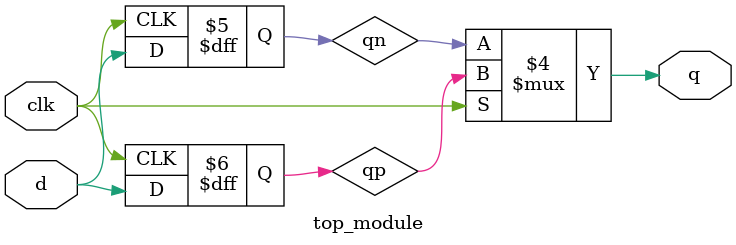
<source format=sv>
module top_module(
    input clk,
    input d,
    output reg q
);

reg qp, qn;

always @(posedge clk) begin
    qp <= d;
end

always @(negedge clk) begin
    qn <= d;
end

always @(*) begin
    q = (clk) ? qp : qn;
end

endmodule

</source>
